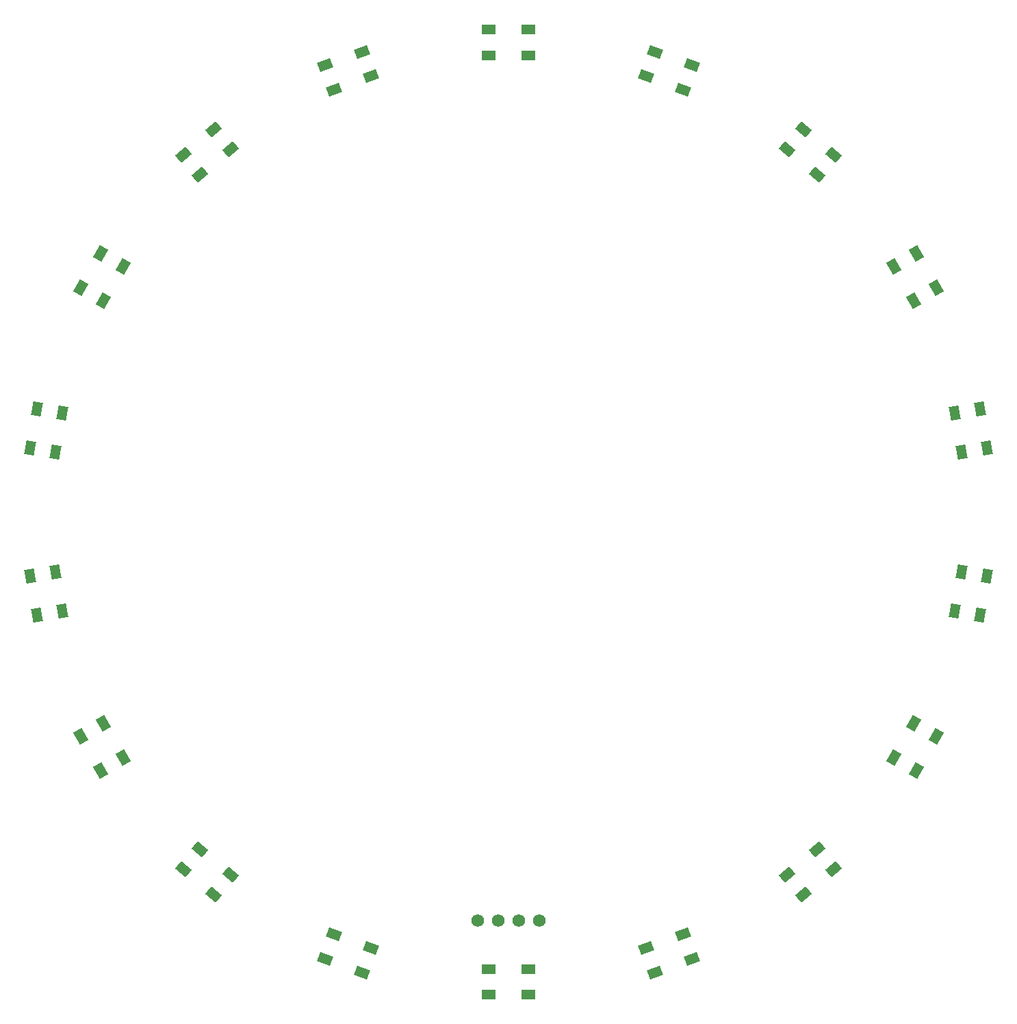
<source format=gbr>
G04*
G04 #@! TF.GenerationSoftware,Altium Limited,Altium Designer,24.5.2 (23)*
G04*
G04 Layer_Color=8388736*
%FSLAX44Y44*%
%MOMM*%
G71*
G04*
G04 #@! TF.SameCoordinates,EC07AE21-C10E-4B47-8BBD-F1AFCD56138C*
G04*
G04*
G04 #@! TF.FilePolarity,Negative*
G04*
G01*
G75*
G04:AMPARAMS|DCode=23|XSize=1.2032mm|YSize=1.7032mm|CornerRadius=0mm|HoleSize=0mm|Usage=FLASHONLY|Rotation=110.000|XOffset=0mm|YOffset=0mm|HoleType=Round|Shape=Rectangle|*
%AMROTATEDRECTD23*
4,1,4,1.0060,-0.2741,-0.5945,-0.8566,-1.0060,0.2741,0.5945,0.8566,1.0060,-0.2741,0.0*
%
%ADD23ROTATEDRECTD23*%

%ADD24R,1.7032X1.2032*%
G04:AMPARAMS|DCode=25|XSize=1.2032mm|YSize=1.7032mm|CornerRadius=0mm|HoleSize=0mm|Usage=FLASHONLY|Rotation=70.000|XOffset=0mm|YOffset=0mm|HoleType=Round|Shape=Rectangle|*
%AMROTATEDRECTD25*
4,1,4,0.5945,-0.8566,-1.0060,-0.2741,-0.5945,0.8566,1.0060,0.2741,0.5945,-0.8566,0.0*
%
%ADD25ROTATEDRECTD25*%

G04:AMPARAMS|DCode=26|XSize=1.2032mm|YSize=1.7032mm|CornerRadius=0mm|HoleSize=0mm|Usage=FLASHONLY|Rotation=130.000|XOffset=0mm|YOffset=0mm|HoleType=Round|Shape=Rectangle|*
%AMROTATEDRECTD26*
4,1,4,1.0391,0.0866,-0.2657,-1.0083,-1.0391,-0.0866,0.2657,1.0083,1.0391,0.0866,0.0*
%
%ADD26ROTATEDRECTD26*%

G04:AMPARAMS|DCode=27|XSize=1.2032mm|YSize=1.7032mm|CornerRadius=0mm|HoleSize=0mm|Usage=FLASHONLY|Rotation=150.000|XOffset=0mm|YOffset=0mm|HoleType=Round|Shape=Rectangle|*
%AMROTATEDRECTD27*
4,1,4,0.9468,0.4367,0.0952,-1.0383,-0.9468,-0.4367,-0.0952,1.0383,0.9468,0.4367,0.0*
%
%ADD27ROTATEDRECTD27*%

G04:AMPARAMS|DCode=28|XSize=1.2032mm|YSize=1.7032mm|CornerRadius=0mm|HoleSize=0mm|Usage=FLASHONLY|Rotation=170.000|XOffset=0mm|YOffset=0mm|HoleType=Round|Shape=Rectangle|*
%AMROTATEDRECTD28*
4,1,4,0.7403,0.7342,0.4446,-0.9431,-0.7403,-0.7342,-0.4446,0.9431,0.7403,0.7342,0.0*
%
%ADD28ROTATEDRECTD28*%

G04:AMPARAMS|DCode=29|XSize=1.2032mm|YSize=1.7032mm|CornerRadius=0mm|HoleSize=0mm|Usage=FLASHONLY|Rotation=190.000|XOffset=0mm|YOffset=0mm|HoleType=Round|Shape=Rectangle|*
%AMROTATEDRECTD29*
4,1,4,0.4446,0.9431,0.7403,-0.7342,-0.4446,-0.9431,-0.7403,0.7342,0.4446,0.9431,0.0*
%
%ADD29ROTATEDRECTD29*%

G04:AMPARAMS|DCode=30|XSize=1.2032mm|YSize=1.7032mm|CornerRadius=0mm|HoleSize=0mm|Usage=FLASHONLY|Rotation=210.000|XOffset=0mm|YOffset=0mm|HoleType=Round|Shape=Rectangle|*
%AMROTATEDRECTD30*
4,1,4,0.0952,1.0383,0.9468,-0.4367,-0.0952,-1.0383,-0.9468,0.4367,0.0952,1.0383,0.0*
%
%ADD30ROTATEDRECTD30*%

G04:AMPARAMS|DCode=31|XSize=1.2032mm|YSize=1.7032mm|CornerRadius=0mm|HoleSize=0mm|Usage=FLASHONLY|Rotation=230.000|XOffset=0mm|YOffset=0mm|HoleType=Round|Shape=Rectangle|*
%AMROTATEDRECTD31*
4,1,4,-0.2657,1.0083,1.0391,-0.0866,0.2657,-1.0083,-1.0391,0.0866,-0.2657,1.0083,0.0*
%
%ADD31ROTATEDRECTD31*%

%ADD32C,1.5732*%
D23*
X1327085Y547721D02*
D03*
X1281040Y530962D02*
D03*
X1316141Y577791D02*
D03*
X1270096Y561032D02*
D03*
X872915Y1652279D02*
D03*
X918960Y1669038D02*
D03*
X883859Y1622209D02*
D03*
X929904Y1638968D02*
D03*
D24*
X1124500Y503360D02*
D03*
X1075500D02*
D03*
X1124500Y535360D02*
D03*
X1075500D02*
D03*
Y1696640D02*
D03*
X1124500D02*
D03*
X1075500Y1664640D02*
D03*
X1124500D02*
D03*
D25*
X918960Y530962D02*
D03*
X872915Y547721D02*
D03*
X929904Y561032D02*
D03*
X883859Y577791D02*
D03*
X1281040Y1669038D02*
D03*
X1327085Y1652279D02*
D03*
X1270096Y1638968D02*
D03*
X1316141Y1622209D02*
D03*
D26*
X1502281Y658696D02*
D03*
X1464745Y627199D02*
D03*
X1481712Y683209D02*
D03*
X1444176Y651712D02*
D03*
X697719Y1541304D02*
D03*
X735255Y1572801D02*
D03*
X718288Y1516791D02*
D03*
X755825Y1548288D02*
D03*
D27*
X1628955Y822898D02*
D03*
X1604455Y780462D02*
D03*
X1601243Y838898D02*
D03*
X1576743Y796462D02*
D03*
X571045Y1377102D02*
D03*
X595545Y1419538D02*
D03*
X598757Y1361102D02*
D03*
X623257Y1403538D02*
D03*
D28*
X1691830Y1020522D02*
D03*
X1683321Y972267D02*
D03*
X1660316Y1026079D02*
D03*
X1651807Y977823D02*
D03*
X508170Y1179478D02*
D03*
X516679Y1227733D02*
D03*
X539684Y1173921D02*
D03*
X548192Y1222177D02*
D03*
D29*
X1683321Y1227733D02*
D03*
X1691830Y1179478D02*
D03*
X1651808Y1222177D02*
D03*
X1660316Y1173921D02*
D03*
X516679Y972267D02*
D03*
X508170Y1020522D02*
D03*
X548193Y977823D02*
D03*
X539684Y1026079D02*
D03*
D30*
X1604455Y1419538D02*
D03*
X1628955Y1377102D02*
D03*
X1576743Y1403538D02*
D03*
X1601243Y1361102D02*
D03*
X595545Y780462D02*
D03*
X571045Y822898D02*
D03*
X623257Y796462D02*
D03*
X598757Y838898D02*
D03*
D31*
X1464745Y1572801D02*
D03*
X1502281Y1541304D02*
D03*
X1444176Y1548288D02*
D03*
X1481712Y1516791D02*
D03*
X735255Y627199D02*
D03*
X697719Y658696D02*
D03*
X755825Y651712D02*
D03*
X718288Y683209D02*
D03*
D32*
X1061900Y595000D02*
D03*
X1138100D02*
D03*
X1112700D02*
D03*
X1087300D02*
D03*
M02*

</source>
